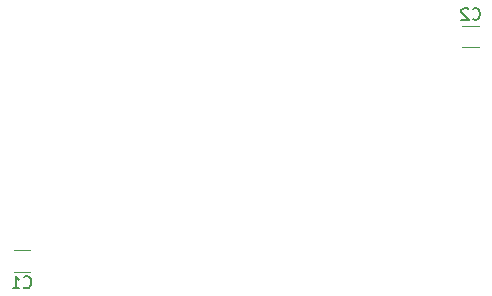
<source format=gbr>
%TF.GenerationSoftware,KiCad,Pcbnew,(6.0.4)*%
%TF.CreationDate,2023-07-24T14:01:23-04:00*%
%TF.ProjectId,BREAD_Loaf,42524541-445f-44c6-9f61-662e6b696361,rev?*%
%TF.SameCoordinates,PX2faf080PYee6b280*%
%TF.FileFunction,Legend,Bot*%
%TF.FilePolarity,Positive*%
%FSLAX46Y46*%
G04 Gerber Fmt 4.6, Leading zero omitted, Abs format (unit mm)*
G04 Created by KiCad (PCBNEW (6.0.4)) date 2023-07-24 14:01:23*
%MOMM*%
%LPD*%
G01*
G04 APERTURE LIST*
%ADD10C,0.150000*%
%ADD11C,0.120000*%
G04 APERTURE END LIST*
D10*
%TO.C,C1*%
X192666666Y170692858D02*
X192714285Y170645239D01*
X192857142Y170597620D01*
X192952380Y170597620D01*
X193095238Y170645239D01*
X193190476Y170740477D01*
X193238095Y170835715D01*
X193285714Y171026191D01*
X193285714Y171169048D01*
X193238095Y171359524D01*
X193190476Y171454762D01*
X193095238Y171550000D01*
X192952380Y171597620D01*
X192857142Y171597620D01*
X192714285Y171550000D01*
X192666666Y171502381D01*
X191714285Y170597620D02*
X192285714Y170597620D01*
X192000000Y170597620D02*
X192000000Y171597620D01*
X192095238Y171454762D01*
X192190476Y171359524D01*
X192285714Y171311905D01*
%TO.C,C2*%
X230666666Y193392858D02*
X230714285Y193345239D01*
X230857142Y193297620D01*
X230952380Y193297620D01*
X231095238Y193345239D01*
X231190476Y193440477D01*
X231238095Y193535715D01*
X231285714Y193726191D01*
X231285714Y193869048D01*
X231238095Y194059524D01*
X231190476Y194154762D01*
X231095238Y194250000D01*
X230952380Y194297620D01*
X230857142Y194297620D01*
X230714285Y194250000D01*
X230666666Y194202381D01*
X230285714Y194202381D02*
X230238095Y194250000D01*
X230142857Y194297620D01*
X229904761Y194297620D01*
X229809523Y194250000D01*
X229761904Y194202381D01*
X229714285Y194107143D01*
X229714285Y194011905D01*
X229761904Y193869048D01*
X230333333Y193297620D01*
X229714285Y193297620D01*
D11*
%TO.C,C1*%
X191788748Y173810000D02*
X193211252Y173810000D01*
X191788748Y171990000D02*
X193211252Y171990000D01*
%TO.C,C2*%
X231211252Y190990000D02*
X229788748Y190990000D01*
X231211252Y192810000D02*
X229788748Y192810000D01*
%TD*%
M02*

</source>
